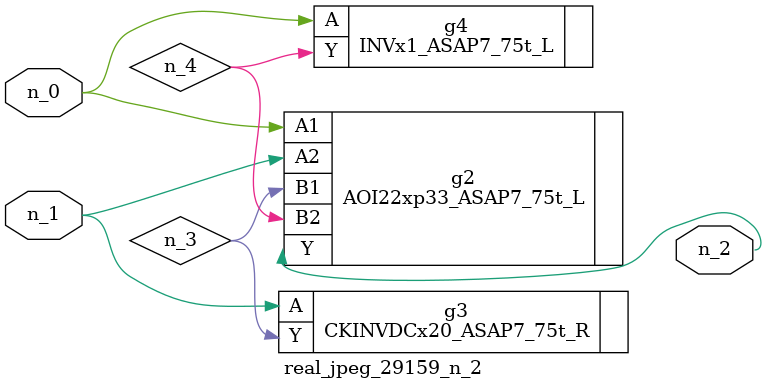
<source format=v>
module real_jpeg_29159_n_2 (n_1, n_0, n_2);

input n_1;
input n_0;

output n_2;

wire n_4;
wire n_3;

AOI22xp33_ASAP7_75t_L g2 ( 
.A1(n_0),
.A2(n_1),
.B1(n_3),
.B2(n_4),
.Y(n_2)
);

INVx1_ASAP7_75t_L g4 ( 
.A(n_0),
.Y(n_4)
);

CKINVDCx20_ASAP7_75t_R g3 ( 
.A(n_1),
.Y(n_3)
);


endmodule
</source>
